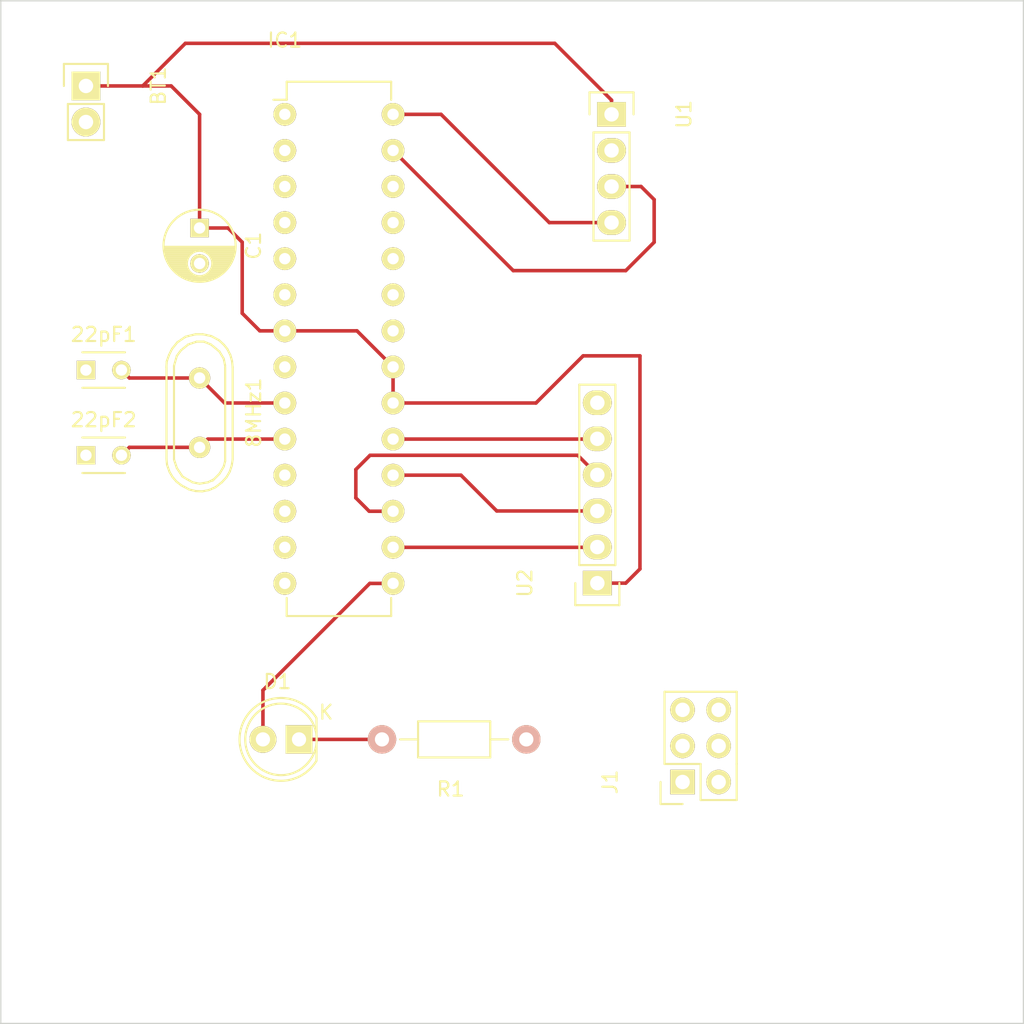
<source format=kicad_pcb>
(kicad_pcb (version 4) (host pcbnew 4.0.1-stable)

  (general
    (links 31)
    (no_connects 13)
    (area 97.949999 79.949999 170.050001 152.050001)
    (thickness 1.6)
    (drawings 4)
    (tracks 56)
    (zones 0)
    (modules 11)
    (nets 28)
  )

  (page A4)
  (layers
    (0 F.Cu signal)
    (31 B.Cu signal)
    (32 B.Adhes user)
    (33 F.Adhes user)
    (34 B.Paste user)
    (35 F.Paste user)
    (36 B.SilkS user)
    (37 F.SilkS user)
    (38 B.Mask user)
    (39 F.Mask user)
    (40 Dwgs.User user)
    (41 Cmts.User user)
    (42 Eco1.User user)
    (43 Eco2.User user)
    (44 Edge.Cuts user)
    (45 Margin user)
    (46 B.CrtYd user)
    (47 F.CrtYd user)
    (48 B.Fab user)
    (49 F.Fab user)
  )

  (setup
    (last_trace_width 0.5)
    (trace_clearance 0.2)
    (zone_clearance 0.508)
    (zone_45_only no)
    (trace_min 0.2)
    (segment_width 0.2)
    (edge_width 0.1)
    (via_size 0.6)
    (via_drill 0.4)
    (via_min_size 0.4)
    (via_min_drill 0.3)
    (uvia_size 0.3)
    (uvia_drill 0.1)
    (uvias_allowed no)
    (uvia_min_size 0.2)
    (uvia_min_drill 0.1)
    (pcb_text_width 0.3)
    (pcb_text_size 1.5 1.5)
    (mod_edge_width 0.15)
    (mod_text_size 1 1)
    (mod_text_width 0.15)
    (pad_size 1.5 1.5)
    (pad_drill 0.6)
    (pad_to_mask_clearance 0)
    (aux_axis_origin 0 0)
    (visible_elements FFFFFF7F)
    (pcbplotparams
      (layerselection 0x00030_80000001)
      (usegerberextensions false)
      (excludeedgelayer true)
      (linewidth 0.100000)
      (plotframeref false)
      (viasonmask false)
      (mode 1)
      (useauxorigin false)
      (hpglpennumber 1)
      (hpglpenspeed 20)
      (hpglpendiameter 15)
      (hpglpenoverlay 2)
      (psnegative false)
      (psa4output false)
      (plotreference true)
      (plotvalue true)
      (plotinvisibletext false)
      (padsonsilk false)
      (subtractmaskfromsilk false)
      (outputformat 1)
      (mirror false)
      (drillshape 1)
      (scaleselection 1)
      (outputdirectory ""))
  )

  (net 0 "")
  (net 1 "Net-(22pF1-Pad2)")
  (net 2 "Net-(22pF2-Pad2)")
  (net 3 GND)
  (net 4 +BATT)
  (net 5 "Net-(D1-Pad1)")
  (net 6 "Net-(D1-Pad2)")
  (net 7 "Net-(IC1-Pad1)")
  (net 8 "Net-(IC1-Pad2)")
  (net 9 "Net-(IC1-Pad3)")
  (net 10 "Net-(IC1-Pad4)")
  (net 11 "Net-(IC1-Pad5)")
  (net 12 "Net-(IC1-Pad6)")
  (net 13 "Net-(IC1-Pad11)")
  (net 14 "Net-(IC1-Pad12)")
  (net 15 "Net-(IC1-Pad13)")
  (net 16 "Net-(IC1-Pad14)")
  (net 17 /~CS)
  (net 18 /MOSI)
  (net 19 /MISO)
  (net 20 /SCK)
  (net 21 "Net-(IC1-Pad23)")
  (net 22 "Net-(IC1-Pad24)")
  (net 23 "Net-(IC1-Pad25)")
  (net 24 "Net-(IC1-Pad26)")
  (net 25 /SDA)
  (net 26 /SCL)
  (net 27 /~RST)

  (net_class Default "This is the default net class."
    (clearance 0.2)
    (trace_width 0.5)
    (via_dia 0.6)
    (via_drill 0.4)
    (uvia_dia 0.3)
    (uvia_drill 0.1)
    (add_net +BATT)
    (add_net /MISO)
    (add_net /MOSI)
    (add_net /SCK)
    (add_net /SCL)
    (add_net /SDA)
    (add_net /~CS)
    (add_net /~RST)
    (add_net GND)
    (add_net "Net-(22pF1-Pad2)")
    (add_net "Net-(22pF2-Pad2)")
    (add_net "Net-(D1-Pad1)")
    (add_net "Net-(D1-Pad2)")
    (add_net "Net-(IC1-Pad1)")
    (add_net "Net-(IC1-Pad11)")
    (add_net "Net-(IC1-Pad12)")
    (add_net "Net-(IC1-Pad13)")
    (add_net "Net-(IC1-Pad14)")
    (add_net "Net-(IC1-Pad2)")
    (add_net "Net-(IC1-Pad23)")
    (add_net "Net-(IC1-Pad24)")
    (add_net "Net-(IC1-Pad25)")
    (add_net "Net-(IC1-Pad26)")
    (add_net "Net-(IC1-Pad3)")
    (add_net "Net-(IC1-Pad4)")
    (add_net "Net-(IC1-Pad5)")
    (add_net "Net-(IC1-Pad6)")
  )

  (module Crystals:Crystal_HC49-U_Vertical placed (layer F.Cu) (tedit 0) (tstamp 56C6BBD9)
    (at 112 109 270)
    (descr "Crystal, Quarz, HC49/U, vertical, stehend,")
    (tags "Crystal, Quarz, HC49/U, vertical, stehend,")
    (path /56B6E109)
    (fp_text reference 8MHz1 (at 0 -3.81 270) (layer F.SilkS)
      (effects (font (size 1 1) (thickness 0.15)))
    )
    (fp_text value Crystal (at 0 3.81 270) (layer F.Fab)
      (effects (font (size 1 1) (thickness 0.15)))
    )
    (fp_line (start 4.699 -1.00076) (end 4.89966 -0.59944) (layer F.SilkS) (width 0.15))
    (fp_line (start 4.89966 -0.59944) (end 5.00126 0) (layer F.SilkS) (width 0.15))
    (fp_line (start 5.00126 0) (end 4.89966 0.50038) (layer F.SilkS) (width 0.15))
    (fp_line (start 4.89966 0.50038) (end 4.50088 1.19888) (layer F.SilkS) (width 0.15))
    (fp_line (start 4.50088 1.19888) (end 3.8989 1.6002) (layer F.SilkS) (width 0.15))
    (fp_line (start 3.8989 1.6002) (end 3.29946 1.80086) (layer F.SilkS) (width 0.15))
    (fp_line (start 3.29946 1.80086) (end -3.29946 1.80086) (layer F.SilkS) (width 0.15))
    (fp_line (start -3.29946 1.80086) (end -4.0005 1.6002) (layer F.SilkS) (width 0.15))
    (fp_line (start -4.0005 1.6002) (end -4.39928 1.30048) (layer F.SilkS) (width 0.15))
    (fp_line (start -4.39928 1.30048) (end -4.8006 0.8001) (layer F.SilkS) (width 0.15))
    (fp_line (start -4.8006 0.8001) (end -5.00126 0.20066) (layer F.SilkS) (width 0.15))
    (fp_line (start -5.00126 0.20066) (end -5.00126 -0.29972) (layer F.SilkS) (width 0.15))
    (fp_line (start -5.00126 -0.29972) (end -4.8006 -0.8001) (layer F.SilkS) (width 0.15))
    (fp_line (start -4.8006 -0.8001) (end -4.30022 -1.39954) (layer F.SilkS) (width 0.15))
    (fp_line (start -4.30022 -1.39954) (end -3.79984 -1.69926) (layer F.SilkS) (width 0.15))
    (fp_line (start -3.79984 -1.69926) (end -3.29946 -1.80086) (layer F.SilkS) (width 0.15))
    (fp_line (start -3.2004 -1.80086) (end 3.40106 -1.80086) (layer F.SilkS) (width 0.15))
    (fp_line (start 3.40106 -1.80086) (end 3.79984 -1.69926) (layer F.SilkS) (width 0.15))
    (fp_line (start 3.79984 -1.69926) (end 4.30022 -1.39954) (layer F.SilkS) (width 0.15))
    (fp_line (start 4.30022 -1.39954) (end 4.8006 -0.89916) (layer F.SilkS) (width 0.15))
    (fp_line (start -3.19024 -2.32918) (end -3.64998 -2.28092) (layer F.SilkS) (width 0.15))
    (fp_line (start -3.64998 -2.28092) (end -4.04876 -2.16916) (layer F.SilkS) (width 0.15))
    (fp_line (start -4.04876 -2.16916) (end -4.48056 -1.95072) (layer F.SilkS) (width 0.15))
    (fp_line (start -4.48056 -1.95072) (end -4.77012 -1.71958) (layer F.SilkS) (width 0.15))
    (fp_line (start -4.77012 -1.71958) (end -5.10032 -1.36906) (layer F.SilkS) (width 0.15))
    (fp_line (start -5.10032 -1.36906) (end -5.38988 -0.83058) (layer F.SilkS) (width 0.15))
    (fp_line (start -5.38988 -0.83058) (end -5.51942 -0.23114) (layer F.SilkS) (width 0.15))
    (fp_line (start -5.51942 -0.23114) (end -5.51942 0.2794) (layer F.SilkS) (width 0.15))
    (fp_line (start -5.51942 0.2794) (end -5.34924 0.98044) (layer F.SilkS) (width 0.15))
    (fp_line (start -5.34924 0.98044) (end -4.95046 1.56972) (layer F.SilkS) (width 0.15))
    (fp_line (start -4.95046 1.56972) (end -4.49072 1.94056) (layer F.SilkS) (width 0.15))
    (fp_line (start -4.49072 1.94056) (end -4.06908 2.14884) (layer F.SilkS) (width 0.15))
    (fp_line (start -4.06908 2.14884) (end -3.6195 2.30886) (layer F.SilkS) (width 0.15))
    (fp_line (start -3.6195 2.30886) (end -3.18008 2.33934) (layer F.SilkS) (width 0.15))
    (fp_line (start 4.16052 2.1209) (end 4.53898 1.89992) (layer F.SilkS) (width 0.15))
    (fp_line (start 4.53898 1.89992) (end 4.85902 1.62052) (layer F.SilkS) (width 0.15))
    (fp_line (start 4.85902 1.62052) (end 5.11048 1.29032) (layer F.SilkS) (width 0.15))
    (fp_line (start 5.11048 1.29032) (end 5.4102 0.73914) (layer F.SilkS) (width 0.15))
    (fp_line (start 5.4102 0.73914) (end 5.51942 0.26924) (layer F.SilkS) (width 0.15))
    (fp_line (start 5.51942 0.26924) (end 5.53974 -0.1905) (layer F.SilkS) (width 0.15))
    (fp_line (start 5.53974 -0.1905) (end 5.45084 -0.65024) (layer F.SilkS) (width 0.15))
    (fp_line (start 5.45084 -0.65024) (end 5.26034 -1.09982) (layer F.SilkS) (width 0.15))
    (fp_line (start 5.26034 -1.09982) (end 4.89966 -1.56972) (layer F.SilkS) (width 0.15))
    (fp_line (start 4.89966 -1.56972) (end 4.54914 -1.88976) (layer F.SilkS) (width 0.15))
    (fp_line (start 4.54914 -1.88976) (end 4.16052 -2.1209) (layer F.SilkS) (width 0.15))
    (fp_line (start 4.16052 -2.1209) (end 3.73126 -2.2606) (layer F.SilkS) (width 0.15))
    (fp_line (start 3.73126 -2.2606) (end 3.2893 -2.32918) (layer F.SilkS) (width 0.15))
    (fp_line (start -3.2004 2.32918) (end 3.2512 2.32918) (layer F.SilkS) (width 0.15))
    (fp_line (start 3.2512 2.32918) (end 3.6703 2.29108) (layer F.SilkS) (width 0.15))
    (fp_line (start 3.6703 2.29108) (end 4.16052 2.1209) (layer F.SilkS) (width 0.15))
    (fp_line (start -3.2004 -2.32918) (end 3.2512 -2.32918) (layer F.SilkS) (width 0.15))
    (pad 1 thru_hole circle (at -2.44094 0 270) (size 1.50114 1.50114) (drill 0.8001) (layers *.Cu *.Mask F.SilkS)
      (net 1 "Net-(22pF1-Pad2)"))
    (pad 2 thru_hole circle (at 2.44094 0 270) (size 1.50114 1.50114) (drill 0.8001) (layers *.Cu *.Mask F.SilkS)
      (net 2 "Net-(22pF2-Pad2)"))
  )

  (module Capacitors_ThroughHole:C_Disc_D3_P2.5 placed (layer F.Cu) (tedit 0) (tstamp 56C6BBDF)
    (at 104 106)
    (descr "Capacitor 3mm Disc, Pitch 2.5mm")
    (tags Capacitor)
    (path /56B6E156)
    (fp_text reference 22pF1 (at 1.25 -2.5) (layer F.SilkS)
      (effects (font (size 1 1) (thickness 0.15)))
    )
    (fp_text value C (at 1.25 2.5) (layer F.Fab)
      (effects (font (size 1 1) (thickness 0.15)))
    )
    (fp_line (start -0.9 -1.5) (end 3.4 -1.5) (layer F.CrtYd) (width 0.05))
    (fp_line (start 3.4 -1.5) (end 3.4 1.5) (layer F.CrtYd) (width 0.05))
    (fp_line (start 3.4 1.5) (end -0.9 1.5) (layer F.CrtYd) (width 0.05))
    (fp_line (start -0.9 1.5) (end -0.9 -1.5) (layer F.CrtYd) (width 0.05))
    (fp_line (start -0.25 -1.25) (end 2.75 -1.25) (layer F.SilkS) (width 0.15))
    (fp_line (start 2.75 1.25) (end -0.25 1.25) (layer F.SilkS) (width 0.15))
    (pad 1 thru_hole rect (at 0 0) (size 1.3 1.3) (drill 0.8) (layers *.Cu *.Mask F.SilkS)
      (net 3 GND))
    (pad 2 thru_hole circle (at 2.5 0) (size 1.3 1.3) (drill 0.8001) (layers *.Cu *.Mask F.SilkS)
      (net 1 "Net-(22pF1-Pad2)"))
    (model Capacitors_ThroughHole.3dshapes/C_Disc_D3_P2.5.wrl
      (at (xyz 0.0492126 0 0))
      (scale (xyz 1 1 1))
      (rotate (xyz 0 0 0))
    )
  )

  (module Capacitors_ThroughHole:C_Disc_D3_P2.5 placed (layer F.Cu) (tedit 0) (tstamp 56C6BBE5)
    (at 104 112)
    (descr "Capacitor 3mm Disc, Pitch 2.5mm")
    (tags Capacitor)
    (path /56B6E19B)
    (fp_text reference 22pF2 (at 1.25 -2.5) (layer F.SilkS)
      (effects (font (size 1 1) (thickness 0.15)))
    )
    (fp_text value C (at 1.25 2.5) (layer F.Fab)
      (effects (font (size 1 1) (thickness 0.15)))
    )
    (fp_line (start -0.9 -1.5) (end 3.4 -1.5) (layer F.CrtYd) (width 0.05))
    (fp_line (start 3.4 -1.5) (end 3.4 1.5) (layer F.CrtYd) (width 0.05))
    (fp_line (start 3.4 1.5) (end -0.9 1.5) (layer F.CrtYd) (width 0.05))
    (fp_line (start -0.9 1.5) (end -0.9 -1.5) (layer F.CrtYd) (width 0.05))
    (fp_line (start -0.25 -1.25) (end 2.75 -1.25) (layer F.SilkS) (width 0.15))
    (fp_line (start 2.75 1.25) (end -0.25 1.25) (layer F.SilkS) (width 0.15))
    (pad 1 thru_hole rect (at 0 0) (size 1.3 1.3) (drill 0.8) (layers *.Cu *.Mask F.SilkS)
      (net 3 GND))
    (pad 2 thru_hole circle (at 2.5 0) (size 1.3 1.3) (drill 0.8001) (layers *.Cu *.Mask F.SilkS)
      (net 2 "Net-(22pF2-Pad2)"))
    (model Capacitors_ThroughHole.3dshapes/C_Disc_D3_P2.5.wrl
      (at (xyz 0.0492126 0 0))
      (scale (xyz 1 1 1))
      (rotate (xyz 0 0 0))
    )
  )

  (module Socket_Strips:Socket_Strip_Straight_1x02 placed (layer F.Cu) (tedit 54E9F75E) (tstamp 56C6BBEB)
    (at 104 86 270)
    (descr "Through hole socket strip")
    (tags "socket strip")
    (path /5622E668)
    (fp_text reference BT1 (at 0 -5.1 270) (layer F.SilkS)
      (effects (font (size 1 1) (thickness 0.15)))
    )
    (fp_text value Battery (at 0 -3.1 270) (layer F.Fab)
      (effects (font (size 1 1) (thickness 0.15)))
    )
    (fp_line (start -1.55 1.55) (end 0 1.55) (layer F.SilkS) (width 0.15))
    (fp_line (start 3.81 1.27) (end 1.27 1.27) (layer F.SilkS) (width 0.15))
    (fp_line (start -1.75 -1.75) (end -1.75 1.75) (layer F.CrtYd) (width 0.05))
    (fp_line (start 4.3 -1.75) (end 4.3 1.75) (layer F.CrtYd) (width 0.05))
    (fp_line (start -1.75 -1.75) (end 4.3 -1.75) (layer F.CrtYd) (width 0.05))
    (fp_line (start -1.75 1.75) (end 4.3 1.75) (layer F.CrtYd) (width 0.05))
    (fp_line (start 1.27 1.27) (end 1.27 -1.27) (layer F.SilkS) (width 0.15))
    (fp_line (start 0 -1.55) (end -1.55 -1.55) (layer F.SilkS) (width 0.15))
    (fp_line (start -1.55 -1.55) (end -1.55 1.55) (layer F.SilkS) (width 0.15))
    (fp_line (start 1.27 -1.27) (end 3.81 -1.27) (layer F.SilkS) (width 0.15))
    (fp_line (start 3.81 -1.27) (end 3.81 1.27) (layer F.SilkS) (width 0.15))
    (pad 1 thru_hole rect (at 0 0 270) (size 2.032 2.032) (drill 1.016) (layers *.Cu *.Mask F.SilkS)
      (net 4 +BATT))
    (pad 2 thru_hole oval (at 2.54 0 270) (size 2.032 2.032) (drill 1.016) (layers *.Cu *.Mask F.SilkS)
      (net 3 GND))
    (model Socket_Strips.3dshapes/Socket_Strip_Straight_1x02.wrl
      (at (xyz 0.05 0 0))
      (scale (xyz 1 1 1))
      (rotate (xyz 0 0 180))
    )
  )

  (module Capacitors_ThroughHole:C_Radial_D5_L11_P2.5 placed (layer F.Cu) (tedit 0) (tstamp 56C6BBF1)
    (at 112 96 270)
    (descr "Radial Electrolytic Capacitor Diameter 5mm x Length 11mm, Pitch 2.5mm")
    (tags "Electrolytic Capacitor")
    (path /5622E715)
    (fp_text reference C1 (at 1.25 -3.8 270) (layer F.SilkS)
      (effects (font (size 1 1) (thickness 0.15)))
    )
    (fp_text value 25µF (at 1.25 3.8 270) (layer F.Fab)
      (effects (font (size 1 1) (thickness 0.15)))
    )
    (fp_line (start 1.325 -2.499) (end 1.325 2.499) (layer F.SilkS) (width 0.15))
    (fp_line (start 1.465 -2.491) (end 1.465 2.491) (layer F.SilkS) (width 0.15))
    (fp_line (start 1.605 -2.475) (end 1.605 -0.095) (layer F.SilkS) (width 0.15))
    (fp_line (start 1.605 0.095) (end 1.605 2.475) (layer F.SilkS) (width 0.15))
    (fp_line (start 1.745 -2.451) (end 1.745 -0.49) (layer F.SilkS) (width 0.15))
    (fp_line (start 1.745 0.49) (end 1.745 2.451) (layer F.SilkS) (width 0.15))
    (fp_line (start 1.885 -2.418) (end 1.885 -0.657) (layer F.SilkS) (width 0.15))
    (fp_line (start 1.885 0.657) (end 1.885 2.418) (layer F.SilkS) (width 0.15))
    (fp_line (start 2.025 -2.377) (end 2.025 -0.764) (layer F.SilkS) (width 0.15))
    (fp_line (start 2.025 0.764) (end 2.025 2.377) (layer F.SilkS) (width 0.15))
    (fp_line (start 2.165 -2.327) (end 2.165 -0.835) (layer F.SilkS) (width 0.15))
    (fp_line (start 2.165 0.835) (end 2.165 2.327) (layer F.SilkS) (width 0.15))
    (fp_line (start 2.305 -2.266) (end 2.305 -0.879) (layer F.SilkS) (width 0.15))
    (fp_line (start 2.305 0.879) (end 2.305 2.266) (layer F.SilkS) (width 0.15))
    (fp_line (start 2.445 -2.196) (end 2.445 -0.898) (layer F.SilkS) (width 0.15))
    (fp_line (start 2.445 0.898) (end 2.445 2.196) (layer F.SilkS) (width 0.15))
    (fp_line (start 2.585 -2.114) (end 2.585 -0.896) (layer F.SilkS) (width 0.15))
    (fp_line (start 2.585 0.896) (end 2.585 2.114) (layer F.SilkS) (width 0.15))
    (fp_line (start 2.725 -2.019) (end 2.725 -0.871) (layer F.SilkS) (width 0.15))
    (fp_line (start 2.725 0.871) (end 2.725 2.019) (layer F.SilkS) (width 0.15))
    (fp_line (start 2.865 -1.908) (end 2.865 -0.823) (layer F.SilkS) (width 0.15))
    (fp_line (start 2.865 0.823) (end 2.865 1.908) (layer F.SilkS) (width 0.15))
    (fp_line (start 3.005 -1.78) (end 3.005 -0.745) (layer F.SilkS) (width 0.15))
    (fp_line (start 3.005 0.745) (end 3.005 1.78) (layer F.SilkS) (width 0.15))
    (fp_line (start 3.145 -1.631) (end 3.145 -0.628) (layer F.SilkS) (width 0.15))
    (fp_line (start 3.145 0.628) (end 3.145 1.631) (layer F.SilkS) (width 0.15))
    (fp_line (start 3.285 -1.452) (end 3.285 -0.44) (layer F.SilkS) (width 0.15))
    (fp_line (start 3.285 0.44) (end 3.285 1.452) (layer F.SilkS) (width 0.15))
    (fp_line (start 3.425 -1.233) (end 3.425 1.233) (layer F.SilkS) (width 0.15))
    (fp_line (start 3.565 -0.944) (end 3.565 0.944) (layer F.SilkS) (width 0.15))
    (fp_line (start 3.705 -0.472) (end 3.705 0.472) (layer F.SilkS) (width 0.15))
    (fp_circle (center 2.5 0) (end 2.5 -0.9) (layer F.SilkS) (width 0.15))
    (fp_circle (center 1.25 0) (end 1.25 -2.5375) (layer F.SilkS) (width 0.15))
    (fp_circle (center 1.25 0) (end 1.25 -2.8) (layer F.CrtYd) (width 0.05))
    (pad 1 thru_hole rect (at 0 0 270) (size 1.3 1.3) (drill 0.8) (layers *.Cu *.Mask F.SilkS)
      (net 4 +BATT))
    (pad 2 thru_hole circle (at 2.5 0 270) (size 1.3 1.3) (drill 0.8) (layers *.Cu *.Mask F.SilkS)
      (net 3 GND))
    (model Capacitors_ThroughHole.3dshapes/C_Radial_D5_L11_P2.5.wrl
      (at (xyz 0.049213 0 0))
      (scale (xyz 1 1 1))
      (rotate (xyz 0 0 90))
    )
  )

  (module LEDs:LED-5MM placed (layer F.Cu) (tedit 5570F7EA) (tstamp 56C6BBF7)
    (at 119 132 180)
    (descr "LED 5mm round vertical")
    (tags "LED 5mm round vertical")
    (path /5622E8A4)
    (fp_text reference D1 (at 1.524 4.064 180) (layer F.SilkS)
      (effects (font (size 1 1) (thickness 0.15)))
    )
    (fp_text value LED (at 1.524 -3.937 180) (layer F.Fab)
      (effects (font (size 1 1) (thickness 0.15)))
    )
    (fp_line (start -1.5 -1.55) (end -1.5 1.55) (layer F.CrtYd) (width 0.05))
    (fp_arc (start 1.3 0) (end -1.5 1.55) (angle -302) (layer F.CrtYd) (width 0.05))
    (fp_arc (start 1.27 0) (end -1.23 -1.5) (angle 297.5) (layer F.SilkS) (width 0.15))
    (fp_line (start -1.23 1.5) (end -1.23 -1.5) (layer F.SilkS) (width 0.15))
    (fp_circle (center 1.27 0) (end 0.97 -2.5) (layer F.SilkS) (width 0.15))
    (fp_text user K (at -1.905 1.905 180) (layer F.SilkS)
      (effects (font (size 1 1) (thickness 0.15)))
    )
    (pad 1 thru_hole rect (at 0 0 270) (size 2 1.9) (drill 1.00076) (layers *.Cu *.Mask F.SilkS)
      (net 5 "Net-(D1-Pad1)"))
    (pad 2 thru_hole circle (at 2.54 0 180) (size 1.9 1.9) (drill 1.00076) (layers *.Cu *.Mask F.SilkS)
      (net 6 "Net-(D1-Pad2)"))
    (model LEDs.3dshapes/LED-5MM.wrl
      (at (xyz 0.05 0 0))
      (scale (xyz 1 1 1))
      (rotate (xyz 0 0 90))
    )
  )

  (module Housings_DIP:DIP-28_W7.62mm placed (layer F.Cu) (tedit 54130A77) (tstamp 56C6BC17)
    (at 118 88)
    (descr "28-lead dip package, row spacing 7.62 mm (300 mils)")
    (tags "dil dip 2.54 300")
    (path /56C6AD4C)
    (fp_text reference IC1 (at 0 -5.22) (layer F.SilkS)
      (effects (font (size 1 1) (thickness 0.15)))
    )
    (fp_text value ATMEGA328-P (at 0 -3.72) (layer F.Fab)
      (effects (font (size 1 1) (thickness 0.15)))
    )
    (fp_line (start -1.05 -2.45) (end -1.05 35.5) (layer F.CrtYd) (width 0.05))
    (fp_line (start 8.65 -2.45) (end 8.65 35.5) (layer F.CrtYd) (width 0.05))
    (fp_line (start -1.05 -2.45) (end 8.65 -2.45) (layer F.CrtYd) (width 0.05))
    (fp_line (start -1.05 35.5) (end 8.65 35.5) (layer F.CrtYd) (width 0.05))
    (fp_line (start 0.135 -2.295) (end 0.135 -1.025) (layer F.SilkS) (width 0.15))
    (fp_line (start 7.485 -2.295) (end 7.485 -1.025) (layer F.SilkS) (width 0.15))
    (fp_line (start 7.485 35.315) (end 7.485 34.045) (layer F.SilkS) (width 0.15))
    (fp_line (start 0.135 35.315) (end 0.135 34.045) (layer F.SilkS) (width 0.15))
    (fp_line (start 0.135 -2.295) (end 7.485 -2.295) (layer F.SilkS) (width 0.15))
    (fp_line (start 0.135 35.315) (end 7.485 35.315) (layer F.SilkS) (width 0.15))
    (fp_line (start 0.135 -1.025) (end -0.8 -1.025) (layer F.SilkS) (width 0.15))
    (pad 1 thru_hole oval (at 0 0) (size 1.6 1.6) (drill 0.8) (layers *.Cu *.Mask F.SilkS)
      (net 7 "Net-(IC1-Pad1)"))
    (pad 2 thru_hole oval (at 0 2.54) (size 1.6 1.6) (drill 0.8) (layers *.Cu *.Mask F.SilkS)
      (net 8 "Net-(IC1-Pad2)"))
    (pad 3 thru_hole oval (at 0 5.08) (size 1.6 1.6) (drill 0.8) (layers *.Cu *.Mask F.SilkS)
      (net 9 "Net-(IC1-Pad3)"))
    (pad 4 thru_hole oval (at 0 7.62) (size 1.6 1.6) (drill 0.8) (layers *.Cu *.Mask F.SilkS)
      (net 10 "Net-(IC1-Pad4)"))
    (pad 5 thru_hole oval (at 0 10.16) (size 1.6 1.6) (drill 0.8) (layers *.Cu *.Mask F.SilkS)
      (net 11 "Net-(IC1-Pad5)"))
    (pad 6 thru_hole oval (at 0 12.7) (size 1.6 1.6) (drill 0.8) (layers *.Cu *.Mask F.SilkS)
      (net 12 "Net-(IC1-Pad6)"))
    (pad 7 thru_hole oval (at 0 15.24) (size 1.6 1.6) (drill 0.8) (layers *.Cu *.Mask F.SilkS)
      (net 4 +BATT))
    (pad 8 thru_hole oval (at 0 17.78) (size 1.6 1.6) (drill 0.8) (layers *.Cu *.Mask F.SilkS)
      (net 3 GND))
    (pad 9 thru_hole oval (at 0 20.32) (size 1.6 1.6) (drill 0.8) (layers *.Cu *.Mask F.SilkS)
      (net 1 "Net-(22pF1-Pad2)"))
    (pad 10 thru_hole oval (at 0 22.86) (size 1.6 1.6) (drill 0.8) (layers *.Cu *.Mask F.SilkS)
      (net 2 "Net-(22pF2-Pad2)"))
    (pad 11 thru_hole oval (at 0 25.4) (size 1.6 1.6) (drill 0.8) (layers *.Cu *.Mask F.SilkS)
      (net 13 "Net-(IC1-Pad11)"))
    (pad 12 thru_hole oval (at 0 27.94) (size 1.6 1.6) (drill 0.8) (layers *.Cu *.Mask F.SilkS)
      (net 14 "Net-(IC1-Pad12)"))
    (pad 13 thru_hole oval (at 0 30.48) (size 1.6 1.6) (drill 0.8) (layers *.Cu *.Mask F.SilkS)
      (net 15 "Net-(IC1-Pad13)"))
    (pad 14 thru_hole oval (at 0 33.02) (size 1.6 1.6) (drill 0.8) (layers *.Cu *.Mask F.SilkS)
      (net 16 "Net-(IC1-Pad14)"))
    (pad 15 thru_hole oval (at 7.62 33.02) (size 1.6 1.6) (drill 0.8) (layers *.Cu *.Mask F.SilkS)
      (net 6 "Net-(D1-Pad2)"))
    (pad 16 thru_hole oval (at 7.62 30.48) (size 1.6 1.6) (drill 0.8) (layers *.Cu *.Mask F.SilkS)
      (net 17 /~CS))
    (pad 17 thru_hole oval (at 7.62 27.94) (size 1.6 1.6) (drill 0.8) (layers *.Cu *.Mask F.SilkS)
      (net 18 /MOSI))
    (pad 18 thru_hole oval (at 7.62 25.4) (size 1.6 1.6) (drill 0.8) (layers *.Cu *.Mask F.SilkS)
      (net 19 /MISO))
    (pad 19 thru_hole oval (at 7.62 22.86) (size 1.6 1.6) (drill 0.8) (layers *.Cu *.Mask F.SilkS)
      (net 20 /SCK))
    (pad 20 thru_hole oval (at 7.62 20.32) (size 1.6 1.6) (drill 0.8) (layers *.Cu *.Mask F.SilkS)
      (net 4 +BATT))
    (pad 21 thru_hole oval (at 7.62 17.78) (size 1.6 1.6) (drill 0.8) (layers *.Cu *.Mask F.SilkS)
      (net 4 +BATT))
    (pad 22 thru_hole oval (at 7.62 15.24) (size 1.6 1.6) (drill 0.8) (layers *.Cu *.Mask F.SilkS)
      (net 3 GND))
    (pad 23 thru_hole oval (at 7.62 12.7) (size 1.6 1.6) (drill 0.8) (layers *.Cu *.Mask F.SilkS)
      (net 21 "Net-(IC1-Pad23)"))
    (pad 24 thru_hole oval (at 7.62 10.16) (size 1.6 1.6) (drill 0.8) (layers *.Cu *.Mask F.SilkS)
      (net 22 "Net-(IC1-Pad24)"))
    (pad 25 thru_hole oval (at 7.62 7.62) (size 1.6 1.6) (drill 0.8) (layers *.Cu *.Mask F.SilkS)
      (net 23 "Net-(IC1-Pad25)"))
    (pad 26 thru_hole oval (at 7.62 5.08) (size 1.6 1.6) (drill 0.8) (layers *.Cu *.Mask F.SilkS)
      (net 24 "Net-(IC1-Pad26)"))
    (pad 27 thru_hole oval (at 7.62 2.54) (size 1.6 1.6) (drill 0.8) (layers *.Cu *.Mask F.SilkS)
      (net 25 /SDA))
    (pad 28 thru_hole oval (at 7.62 0) (size 1.6 1.6) (drill 0.8) (layers *.Cu *.Mask F.SilkS)
      (net 26 /SCL))
    (model Housings_DIP.3dshapes/DIP-28_W7.62mm.wrl
      (at (xyz 0 0 0))
      (scale (xyz 1 1 1))
      (rotate (xyz 0 0 0))
    )
  )

  (module Resistors_ThroughHole:Resistor_Horizontal_RM10mm placed (layer F.Cu) (tedit 56648415) (tstamp 56C6BC1D)
    (at 135 132 180)
    (descr "Resistor, Axial,  RM 10mm, 1/3W")
    (tags "Resistor Axial RM 10mm 1/3W")
    (path /5622EA9F)
    (fp_text reference R1 (at 5.32892 -3.50012 180) (layer F.SilkS)
      (effects (font (size 1 1) (thickness 0.15)))
    )
    (fp_text value 470 (at 5.08 3.81 180) (layer F.Fab)
      (effects (font (size 1 1) (thickness 0.15)))
    )
    (fp_line (start -1.25 -1.5) (end 11.4 -1.5) (layer F.CrtYd) (width 0.05))
    (fp_line (start -1.25 1.5) (end -1.25 -1.5) (layer F.CrtYd) (width 0.05))
    (fp_line (start 11.4 -1.5) (end 11.4 1.5) (layer F.CrtYd) (width 0.05))
    (fp_line (start -1.25 1.5) (end 11.4 1.5) (layer F.CrtYd) (width 0.05))
    (fp_line (start 2.54 -1.27) (end 7.62 -1.27) (layer F.SilkS) (width 0.15))
    (fp_line (start 7.62 -1.27) (end 7.62 1.27) (layer F.SilkS) (width 0.15))
    (fp_line (start 7.62 1.27) (end 2.54 1.27) (layer F.SilkS) (width 0.15))
    (fp_line (start 2.54 1.27) (end 2.54 -1.27) (layer F.SilkS) (width 0.15))
    (fp_line (start 2.54 0) (end 1.27 0) (layer F.SilkS) (width 0.15))
    (fp_line (start 7.62 0) (end 8.89 0) (layer F.SilkS) (width 0.15))
    (pad 1 thru_hole circle (at 0 0 180) (size 1.99898 1.99898) (drill 1.00076) (layers *.Cu *.SilkS *.Mask)
      (net 3 GND))
    (pad 2 thru_hole circle (at 10.16 0 180) (size 1.99898 1.99898) (drill 1.00076) (layers *.Cu *.SilkS *.Mask)
      (net 5 "Net-(D1-Pad1)"))
    (model Resistors_ThroughHole.3dshapes/Resistor_Horizontal_RM10mm.wrl
      (at (xyz 0.2 0 0))
      (scale (xyz 0.4 0.4 0.4))
      (rotate (xyz 0 0 0))
    )
  )

  (module Socket_Strips:Socket_Strip_Straight_1x04 placed (layer F.Cu) (tedit 0) (tstamp 56C6BC25)
    (at 141 88 270)
    (descr "Through hole socket strip")
    (tags "socket strip")
    (path /56C0C860)
    (fp_text reference U1 (at 0 -5.1 270) (layer F.SilkS)
      (effects (font (size 1 1) (thickness 0.15)))
    )
    (fp_text value HTU21DBreakout (at 0 -3.1 270) (layer F.Fab)
      (effects (font (size 1 1) (thickness 0.15)))
    )
    (fp_line (start -1.75 -1.75) (end -1.75 1.75) (layer F.CrtYd) (width 0.05))
    (fp_line (start 9.4 -1.75) (end 9.4 1.75) (layer F.CrtYd) (width 0.05))
    (fp_line (start -1.75 -1.75) (end 9.4 -1.75) (layer F.CrtYd) (width 0.05))
    (fp_line (start -1.75 1.75) (end 9.4 1.75) (layer F.CrtYd) (width 0.05))
    (fp_line (start 1.27 -1.27) (end 8.89 -1.27) (layer F.SilkS) (width 0.15))
    (fp_line (start 1.27 1.27) (end 8.89 1.27) (layer F.SilkS) (width 0.15))
    (fp_line (start -1.55 1.55) (end 0 1.55) (layer F.SilkS) (width 0.15))
    (fp_line (start 8.89 -1.27) (end 8.89 1.27) (layer F.SilkS) (width 0.15))
    (fp_line (start 1.27 1.27) (end 1.27 -1.27) (layer F.SilkS) (width 0.15))
    (fp_line (start 0 -1.55) (end -1.55 -1.55) (layer F.SilkS) (width 0.15))
    (fp_line (start -1.55 -1.55) (end -1.55 1.55) (layer F.SilkS) (width 0.15))
    (pad 1 thru_hole rect (at 0 0 270) (size 1.7272 2.032) (drill 1.016) (layers *.Cu *.Mask F.SilkS)
      (net 4 +BATT))
    (pad 2 thru_hole oval (at 2.54 0 270) (size 1.7272 2.032) (drill 1.016) (layers *.Cu *.Mask F.SilkS)
      (net 3 GND))
    (pad 3 thru_hole oval (at 5.08 0 270) (size 1.7272 2.032) (drill 1.016) (layers *.Cu *.Mask F.SilkS)
      (net 25 /SDA))
    (pad 4 thru_hole oval (at 7.62 0 270) (size 1.7272 2.032) (drill 1.016) (layers *.Cu *.Mask F.SilkS)
      (net 26 /SCL))
    (model Socket_Strips.3dshapes/Socket_Strip_Straight_1x04.wrl
      (at (xyz 0.15 0 0))
      (scale (xyz 1 1 1))
      (rotate (xyz 0 0 180))
    )
  )

  (module Socket_Strips:Socket_Strip_Straight_1x06 placed (layer F.Cu) (tedit 0) (tstamp 56C6BC2F)
    (at 140 121 90)
    (descr "Through hole socket strip")
    (tags "socket strip")
    (path /56C0D583)
    (fp_text reference U2 (at 0 -5.1 90) (layer F.SilkS)
      (effects (font (size 1 1) (thickness 0.15)))
    )
    (fp_text value W25Q32FlashBreakout (at 0 -3.1 90) (layer F.Fab)
      (effects (font (size 1 1) (thickness 0.15)))
    )
    (fp_line (start -1.75 -1.75) (end -1.75 1.75) (layer F.CrtYd) (width 0.05))
    (fp_line (start 14.45 -1.75) (end 14.45 1.75) (layer F.CrtYd) (width 0.05))
    (fp_line (start -1.75 -1.75) (end 14.45 -1.75) (layer F.CrtYd) (width 0.05))
    (fp_line (start -1.75 1.75) (end 14.45 1.75) (layer F.CrtYd) (width 0.05))
    (fp_line (start 1.27 1.27) (end 13.97 1.27) (layer F.SilkS) (width 0.15))
    (fp_line (start 13.97 1.27) (end 13.97 -1.27) (layer F.SilkS) (width 0.15))
    (fp_line (start 13.97 -1.27) (end 1.27 -1.27) (layer F.SilkS) (width 0.15))
    (fp_line (start -1.55 1.55) (end 0 1.55) (layer F.SilkS) (width 0.15))
    (fp_line (start 1.27 1.27) (end 1.27 -1.27) (layer F.SilkS) (width 0.15))
    (fp_line (start 0 -1.55) (end -1.55 -1.55) (layer F.SilkS) (width 0.15))
    (fp_line (start -1.55 -1.55) (end -1.55 1.55) (layer F.SilkS) (width 0.15))
    (pad 1 thru_hole rect (at 0 0 90) (size 1.7272 2.032) (drill 1.016) (layers *.Cu *.Mask F.SilkS)
      (net 4 +BATT))
    (pad 2 thru_hole oval (at 2.54 0 90) (size 1.7272 2.032) (drill 1.016) (layers *.Cu *.Mask F.SilkS)
      (net 17 /~CS))
    (pad 3 thru_hole oval (at 5.08 0 90) (size 1.7272 2.032) (drill 1.016) (layers *.Cu *.Mask F.SilkS)
      (net 19 /MISO))
    (pad 4 thru_hole oval (at 7.62 0 90) (size 1.7272 2.032) (drill 1.016) (layers *.Cu *.Mask F.SilkS)
      (net 18 /MOSI))
    (pad 5 thru_hole oval (at 10.16 0 90) (size 1.7272 2.032) (drill 1.016) (layers *.Cu *.Mask F.SilkS)
      (net 20 /SCK))
    (pad 6 thru_hole oval (at 12.7 0 90) (size 1.7272 2.032) (drill 1.016) (layers *.Cu *.Mask F.SilkS)
      (net 3 GND))
    (model Socket_Strips.3dshapes/Socket_Strip_Straight_1x06.wrl
      (at (xyz 0.25 0 0))
      (scale (xyz 1 1 1))
      (rotate (xyz 0 0 180))
    )
  )

  (module Socket_Strips:Socket_Strip_Straight_2x03 (layer F.Cu) (tedit 54E9F9C7) (tstamp 56C751E1)
    (at 146 135 90)
    (descr "Through hole socket strip")
    (tags "socket strip")
    (path /56C74919)
    (fp_text reference J1 (at 0 -5.1 90) (layer F.SilkS)
      (effects (font (size 1 1) (thickness 0.15)))
    )
    (fp_text value ISPConnector (at 0 -3.1 90) (layer F.Fab)
      (effects (font (size 1 1) (thickness 0.15)))
    )
    (fp_line (start 6.35 -1.27) (end 1.27 -1.27) (layer F.SilkS) (width 0.15))
    (fp_line (start -1.55 -1.55) (end 0 -1.55) (layer F.SilkS) (width 0.15))
    (fp_line (start -1.75 -1.75) (end -1.75 4.3) (layer F.CrtYd) (width 0.05))
    (fp_line (start 6.85 -1.75) (end 6.85 4.3) (layer F.CrtYd) (width 0.05))
    (fp_line (start -1.75 -1.75) (end 6.85 -1.75) (layer F.CrtYd) (width 0.05))
    (fp_line (start -1.75 4.3) (end 6.85 4.3) (layer F.CrtYd) (width 0.05))
    (fp_line (start -1.27 1.27) (end 1.27 1.27) (layer F.SilkS) (width 0.15))
    (fp_line (start 1.27 1.27) (end 1.27 -1.27) (layer F.SilkS) (width 0.15))
    (fp_line (start 6.35 -1.27) (end 6.35 3.81) (layer F.SilkS) (width 0.15))
    (fp_line (start 6.35 3.81) (end 1.27 3.81) (layer F.SilkS) (width 0.15))
    (fp_line (start -1.55 -1.55) (end -1.55 0) (layer F.SilkS) (width 0.15))
    (fp_line (start -1.27 3.81) (end -1.27 1.27) (layer F.SilkS) (width 0.15))
    (fp_line (start 1.27 3.81) (end -1.27 3.81) (layer F.SilkS) (width 0.15))
    (pad 1 thru_hole rect (at 0 0 90) (size 1.7272 1.7272) (drill 1.016) (layers *.Cu *.Mask F.SilkS)
      (net 19 /MISO))
    (pad 2 thru_hole oval (at 0 2.54 90) (size 1.7272 1.7272) (drill 1.016) (layers *.Cu *.Mask F.SilkS)
      (net 4 +BATT))
    (pad 3 thru_hole oval (at 2.54 0 90) (size 1.7272 1.7272) (drill 1.016) (layers *.Cu *.Mask F.SilkS)
      (net 20 /SCK))
    (pad 4 thru_hole oval (at 2.54 2.54 90) (size 1.7272 1.7272) (drill 1.016) (layers *.Cu *.Mask F.SilkS)
      (net 18 /MOSI))
    (pad 5 thru_hole oval (at 5.08 0 90) (size 1.7272 1.7272) (drill 1.016) (layers *.Cu *.Mask F.SilkS)
      (net 27 /~RST))
    (pad 6 thru_hole oval (at 5.08 2.54 90) (size 1.7272 1.7272) (drill 1.016) (layers *.Cu *.Mask F.SilkS)
      (net 3 GND))
    (model Socket_Strips.3dshapes/Socket_Strip_Straight_2x03.wrl
      (at (xyz 0.1 -0.05 0))
      (scale (xyz 1 1 1))
      (rotate (xyz 0 0 180))
    )
  )

  (gr_line (start 98 80) (end 170 80) (angle 90) (layer Edge.Cuts) (width 0.1))
  (gr_line (start 98 152) (end 98 80) (angle 90) (layer Edge.Cuts) (width 0.1))
  (gr_line (start 170 152) (end 98 152) (angle 90) (layer Edge.Cuts) (width 0.1))
  (gr_line (start 170 80) (end 170 152) (angle 90) (layer Edge.Cuts) (width 0.1))

  (segment (start 112 106.55906) (end 107.05906 106.55906) (width 0.25) (layer F.Cu) (net 1))
  (segment (start 107.05906 106.55906) (end 106.5 106) (width 0.25) (layer F.Cu) (net 1) (tstamp 56C6BD18))
  (segment (start 118 108.32) (end 113.76094 108.32) (width 0.25) (layer F.Cu) (net 1))
  (segment (start 113.76094 108.32) (end 112 106.55906) (width 0.25) (layer F.Cu) (net 1) (tstamp 56C6BD14))
  (segment (start 118 110.86) (end 112.58094 110.86) (width 0.25) (layer F.Cu) (net 2))
  (segment (start 112.58094 110.86) (end 112 111.44094) (width 0.25) (layer F.Cu) (net 2) (tstamp 56C6BD1F))
  (segment (start 112 111.44094) (end 107.05906 111.44094) (width 0.25) (layer F.Cu) (net 2))
  (segment (start 107.05906 111.44094) (end 106.5 112) (width 0.25) (layer F.Cu) (net 2) (tstamp 56C6BD1C))
  (segment (start 139 105) (end 143 105) (width 0.25) (layer F.Cu) (net 4))
  (segment (start 143 105) (end 143 120) (width 0.25) (layer F.Cu) (net 4) (tstamp 56C6BD2D))
  (segment (start 143 120) (end 142 121) (width 0.25) (layer F.Cu) (net 4) (tstamp 56C6BD2E))
  (segment (start 142 121) (end 140 121) (width 0.25) (layer F.Cu) (net 4) (tstamp 56C6BD2F))
  (segment (start 125.62 108.32) (end 135.68 108.32) (width 0.25) (layer F.Cu) (net 4))
  (segment (start 135.68 108.32) (end 139 105) (width 0.25) (layer F.Cu) (net 4) (tstamp 56C6BD29))
  (segment (start 141 88) (end 141 87) (width 0.25) (layer F.Cu) (net 4))
  (segment (start 111 83) (end 108 86) (width 0.25) (layer F.Cu) (net 4) (tstamp 56C6BD81))
  (segment (start 137 83) (end 111 83) (width 0.25) (layer F.Cu) (net 4) (tstamp 56C6BD7D))
  (segment (start 141 87) (end 137 83) (width 0.25) (layer F.Cu) (net 4) (tstamp 56C6BD78))
  (segment (start 125.62 105.78) (end 125.62 108.32) (width 0.25) (layer F.Cu) (net 4))
  (segment (start 118 103.24) (end 123.08 103.24) (width 0.25) (layer F.Cu) (net 4))
  (segment (start 123.08 103.24) (end 125.62 105.78) (width 0.25) (layer F.Cu) (net 4) (tstamp 56C6BD22))
  (segment (start 115 97) (end 115 102) (width 0.25) (layer F.Cu) (net 4))
  (segment (start 114 96) (end 115 97) (width 0.25) (layer F.Cu) (net 4) (tstamp 56C6BD0A))
  (segment (start 112 96) (end 114 96) (width 0.25) (layer F.Cu) (net 4))
  (segment (start 116.24 103.24) (end 115 102) (width 0.25) (layer F.Cu) (net 4) (tstamp 56C6BD0E))
  (segment (start 116.24 103.24) (end 118 103.24) (width 0.25) (layer F.Cu) (net 4))
  (segment (start 112 96) (end 112 88) (width 0.25) (layer F.Cu) (net 4))
  (segment (start 110 86) (end 112 88) (width 0.25) (layer F.Cu) (net 4) (tstamp 56C6BD04))
  (segment (start 110 86) (end 108 86) (width 0.25) (layer F.Cu) (net 4))
  (segment (start 108 86) (end 104 86) (width 0.25) (layer F.Cu) (net 4) (tstamp 56C6BD85))
  (segment (start 119 132) (end 124.84 132) (width 0.25) (layer F.Cu) (net 5))
  (segment (start 125.62 121.02) (end 123.98 121.02) (width 0.25) (layer F.Cu) (net 6))
  (segment (start 116.46 128.54) (end 116.46 132) (width 0.25) (layer F.Cu) (net 6) (tstamp 56C6BD50))
  (segment (start 123.98 121.02) (end 116.46 128.54) (width 0.25) (layer F.Cu) (net 6) (tstamp 56C6BD4E))
  (segment (start 125.62 118.48) (end 139.98 118.48) (width 0.25) (layer F.Cu) (net 17))
  (segment (start 139.98 118.48) (end 140 118.46) (width 0.25) (layer F.Cu) (net 17) (tstamp 56C6BD38))
  (segment (start 125.62 115.94) (end 123.94 115.94) (width 0.25) (layer F.Cu) (net 18))
  (segment (start 138.62 112) (end 140 113.38) (width 0.25) (layer F.Cu) (net 18) (tstamp 56C6BD49))
  (segment (start 124 112) (end 138.62 112) (width 0.25) (layer F.Cu) (net 18) (tstamp 56C6BD47))
  (segment (start 123 113) (end 124 112) (width 0.25) (layer F.Cu) (net 18) (tstamp 56C6BD45))
  (segment (start 123 115) (end 123 113) (width 0.25) (layer F.Cu) (net 18) (tstamp 56C6BD44))
  (segment (start 123.94 115.94) (end 123 115) (width 0.25) (layer F.Cu) (net 18) (tstamp 56C6BD43))
  (segment (start 140 115.92) (end 132.92 115.92) (width 0.25) (layer F.Cu) (net 19))
  (segment (start 130.4 113.4) (end 125.62 113.4) (width 0.25) (layer F.Cu) (net 19) (tstamp 56C6BD3C))
  (segment (start 132.92 115.92) (end 130.4 113.4) (width 0.25) (layer F.Cu) (net 19) (tstamp 56C6BD3B))
  (segment (start 125.62 110.86) (end 139.98 110.86) (width 0.25) (layer F.Cu) (net 20))
  (segment (start 139.98 110.86) (end 140 110.84) (width 0.25) (layer F.Cu) (net 20) (tstamp 56C6BD35))
  (segment (start 141 93.08) (end 143.08 93.08) (width 0.25) (layer F.Cu) (net 25))
  (segment (start 134.08 99) (end 125.62 90.54) (width 0.25) (layer F.Cu) (net 25) (tstamp 56C6BD72))
  (segment (start 142 99) (end 134.08 99) (width 0.25) (layer F.Cu) (net 25) (tstamp 56C6BD6E))
  (segment (start 144 97) (end 142 99) (width 0.25) (layer F.Cu) (net 25) (tstamp 56C6BD6B))
  (segment (start 144 94) (end 144 97) (width 0.25) (layer F.Cu) (net 25) (tstamp 56C6BD69))
  (segment (start 143.08 93.08) (end 144 94) (width 0.25) (layer F.Cu) (net 25) (tstamp 56C6BD68))
  (segment (start 125.62 88) (end 129 88) (width 0.25) (layer F.Cu) (net 26))
  (segment (start 136.62 95.62) (end 141 95.62) (width 0.25) (layer F.Cu) (net 26) (tstamp 56C6BD64))
  (segment (start 129 88) (end 136.62 95.62) (width 0.25) (layer F.Cu) (net 26) (tstamp 56C6BD60))

  (zone (net 3) (net_name GND) (layer F.Cu) (tstamp 56C6BD9E) (hatch edge 0.508)
    (connect_pads (clearance 0.508))
    (min_thickness 0.254)
    (fill (arc_segments 16) (thermal_gap 0.508) (thermal_bridge_width 0.508))
    (polygon
      (pts
        (xy 158 82) (xy 159 103) (xy 159 141) (xy 98 142) (xy 98 80)
        (xy 151 80) (xy 158 82)
      )
    )
  )
)

</source>
